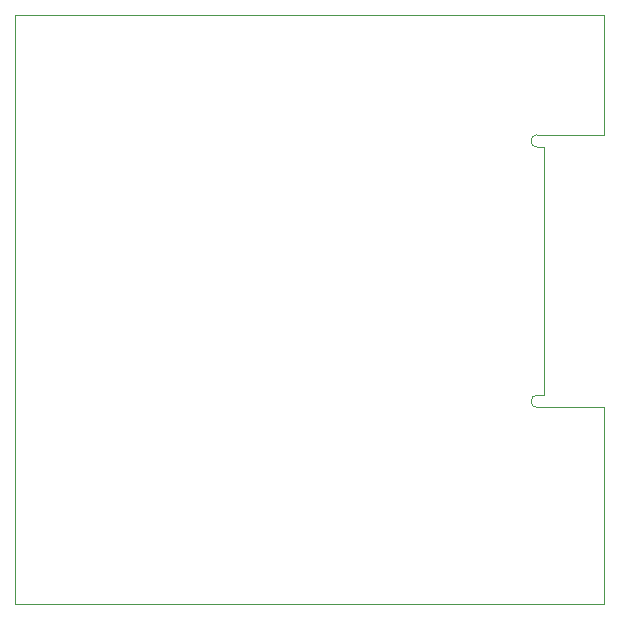
<source format=gko>
%FSLAX46Y46*%
G04 Gerber Fmt 4.6, Leading zero omitted, Abs format (unit mm)*
G04 Created by KiCad (PCBNEW (2014-08-05 BZR 5054)-product) date Sun 07 Dec 2014 10:24:09 PM PST*
%MOMM*%
G01*
G04 APERTURE LIST*
%ADD10C,0.100000*%
%ADD11C,0.020000*%
G04 APERTURE END LIST*
D10*
D11*
X43700000Y-32700000D02*
X43700000Y-32750000D01*
X43700000Y-10700000D02*
X43700000Y-10650000D01*
X49900000Y-10150000D02*
X49900000Y0D01*
X49900000Y0D02*
X0Y0D01*
X0Y0D02*
X0Y-49900000D01*
X49900000Y-33250000D02*
X49900000Y-49900000D01*
X49900000Y-49900000D02*
X0Y-49900000D01*
X44800000Y-11200000D02*
X44800000Y-32200000D01*
X44200000Y-32200000D02*
G75*
G03X43700000Y-32700000I0J-500000D01*
G74*
G01*
X43700000Y-32750000D02*
G75*
G03X44200000Y-33250000I500000J0D01*
G74*
G01*
X44200000Y-10150000D02*
G75*
G03X43700000Y-10650000I0J-500000D01*
G74*
G01*
X43700000Y-10700000D02*
G75*
G03X44200000Y-11200000I500000J0D01*
G74*
G01*
X44800000Y-11200000D02*
X44200000Y-11200000D01*
X44800000Y-32200000D02*
X44200000Y-32200000D01*
X49900000Y-33250000D02*
X44200000Y-33250000D01*
X49900000Y-10150000D02*
X44200000Y-10150000D01*
X3450000Y-49900000D02*
X3000000Y-49900000D01*
X46900000Y-49900000D02*
X46450000Y-49900000D01*
X3000000Y-49900000D02*
X3450000Y-49900000D01*
M02*

</source>
